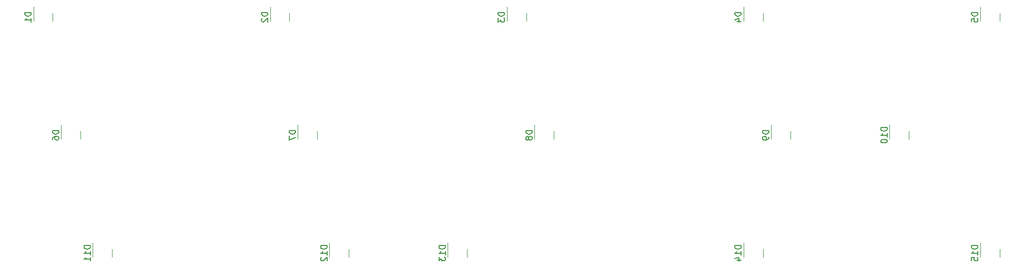
<source format=gbr>
%TF.GenerationSoftware,KiCad,Pcbnew,7.0.7*%
%TF.CreationDate,2023-08-31T12:53:39+10:00*%
%TF.ProjectId,qaz,71617a2e-6b69-4636-9164-5f7063625858,rev?*%
%TF.SameCoordinates,Original*%
%TF.FileFunction,Legend,Bot*%
%TF.FilePolarity,Positive*%
%FSLAX46Y46*%
G04 Gerber Fmt 4.6, Leading zero omitted, Abs format (unit mm)*
G04 Created by KiCad (PCBNEW 7.0.7) date 2023-08-31 12:53:39*
%MOMM*%
%LPD*%
G01*
G04 APERTURE LIST*
%ADD10C,0.150000*%
%ADD11C,0.120000*%
G04 APERTURE END LIST*
D10*
X116884819Y-56098405D02*
X115884819Y-56098405D01*
X115884819Y-56098405D02*
X115884819Y-56336500D01*
X115884819Y-56336500D02*
X115932438Y-56479357D01*
X115932438Y-56479357D02*
X116027676Y-56574595D01*
X116027676Y-56574595D02*
X116122914Y-56622214D01*
X116122914Y-56622214D02*
X116313390Y-56669833D01*
X116313390Y-56669833D02*
X116456247Y-56669833D01*
X116456247Y-56669833D02*
X116646723Y-56622214D01*
X116646723Y-56622214D02*
X116741961Y-56574595D01*
X116741961Y-56574595D02*
X116837200Y-56479357D01*
X116837200Y-56479357D02*
X116884819Y-56336500D01*
X116884819Y-56336500D02*
X116884819Y-56098405D01*
X115884819Y-57003167D02*
X115884819Y-57669833D01*
X115884819Y-57669833D02*
X116884819Y-57241262D01*
X141009819Y-74672214D02*
X140009819Y-74672214D01*
X140009819Y-74672214D02*
X140009819Y-74910309D01*
X140009819Y-74910309D02*
X140057438Y-75053166D01*
X140057438Y-75053166D02*
X140152676Y-75148404D01*
X140152676Y-75148404D02*
X140247914Y-75196023D01*
X140247914Y-75196023D02*
X140438390Y-75243642D01*
X140438390Y-75243642D02*
X140581247Y-75243642D01*
X140581247Y-75243642D02*
X140771723Y-75196023D01*
X140771723Y-75196023D02*
X140866961Y-75148404D01*
X140866961Y-75148404D02*
X140962200Y-75053166D01*
X140962200Y-75053166D02*
X141009819Y-74910309D01*
X141009819Y-74910309D02*
X141009819Y-74672214D01*
X141009819Y-76196023D02*
X141009819Y-75624595D01*
X141009819Y-75910309D02*
X140009819Y-75910309D01*
X140009819Y-75910309D02*
X140152676Y-75815071D01*
X140152676Y-75815071D02*
X140247914Y-75719833D01*
X140247914Y-75719833D02*
X140295533Y-75624595D01*
X140009819Y-76529357D02*
X140009819Y-77148404D01*
X140009819Y-77148404D02*
X140390771Y-76815071D01*
X140390771Y-76815071D02*
X140390771Y-76957928D01*
X140390771Y-76957928D02*
X140438390Y-77053166D01*
X140438390Y-77053166D02*
X140486009Y-77100785D01*
X140486009Y-77100785D02*
X140581247Y-77148404D01*
X140581247Y-77148404D02*
X140819342Y-77148404D01*
X140819342Y-77148404D02*
X140914580Y-77100785D01*
X140914580Y-77100785D02*
X140962200Y-77053166D01*
X140962200Y-77053166D02*
X141009819Y-76957928D01*
X141009819Y-76957928D02*
X141009819Y-76672214D01*
X141009819Y-76672214D02*
X140962200Y-76576976D01*
X140962200Y-76576976D02*
X140914580Y-76529357D01*
X112434819Y-37048405D02*
X111434819Y-37048405D01*
X111434819Y-37048405D02*
X111434819Y-37286500D01*
X111434819Y-37286500D02*
X111482438Y-37429357D01*
X111482438Y-37429357D02*
X111577676Y-37524595D01*
X111577676Y-37524595D02*
X111672914Y-37572214D01*
X111672914Y-37572214D02*
X111863390Y-37619833D01*
X111863390Y-37619833D02*
X112006247Y-37619833D01*
X112006247Y-37619833D02*
X112196723Y-37572214D01*
X112196723Y-37572214D02*
X112291961Y-37524595D01*
X112291961Y-37524595D02*
X112387200Y-37429357D01*
X112387200Y-37429357D02*
X112434819Y-37286500D01*
X112434819Y-37286500D02*
X112434819Y-37048405D01*
X111530057Y-38000786D02*
X111482438Y-38048405D01*
X111482438Y-38048405D02*
X111434819Y-38143643D01*
X111434819Y-38143643D02*
X111434819Y-38381738D01*
X111434819Y-38381738D02*
X111482438Y-38476976D01*
X111482438Y-38476976D02*
X111530057Y-38524595D01*
X111530057Y-38524595D02*
X111625295Y-38572214D01*
X111625295Y-38572214D02*
X111720533Y-38572214D01*
X111720533Y-38572214D02*
X111863390Y-38524595D01*
X111863390Y-38524595D02*
X112434819Y-37953167D01*
X112434819Y-37953167D02*
X112434819Y-38572214D01*
X121959819Y-74672214D02*
X120959819Y-74672214D01*
X120959819Y-74672214D02*
X120959819Y-74910309D01*
X120959819Y-74910309D02*
X121007438Y-75053166D01*
X121007438Y-75053166D02*
X121102676Y-75148404D01*
X121102676Y-75148404D02*
X121197914Y-75196023D01*
X121197914Y-75196023D02*
X121388390Y-75243642D01*
X121388390Y-75243642D02*
X121531247Y-75243642D01*
X121531247Y-75243642D02*
X121721723Y-75196023D01*
X121721723Y-75196023D02*
X121816961Y-75148404D01*
X121816961Y-75148404D02*
X121912200Y-75053166D01*
X121912200Y-75053166D02*
X121959819Y-74910309D01*
X121959819Y-74910309D02*
X121959819Y-74672214D01*
X121959819Y-76196023D02*
X121959819Y-75624595D01*
X121959819Y-75910309D02*
X120959819Y-75910309D01*
X120959819Y-75910309D02*
X121102676Y-75815071D01*
X121102676Y-75815071D02*
X121197914Y-75719833D01*
X121197914Y-75719833D02*
X121245533Y-75624595D01*
X121055057Y-76576976D02*
X121007438Y-76624595D01*
X121007438Y-76624595D02*
X120959819Y-76719833D01*
X120959819Y-76719833D02*
X120959819Y-76957928D01*
X120959819Y-76957928D02*
X121007438Y-77053166D01*
X121007438Y-77053166D02*
X121055057Y-77100785D01*
X121055057Y-77100785D02*
X121150295Y-77148404D01*
X121150295Y-77148404D02*
X121245533Y-77148404D01*
X121245533Y-77148404D02*
X121388390Y-77100785D01*
X121388390Y-77100785D02*
X121959819Y-76529357D01*
X121959819Y-76529357D02*
X121959819Y-77148404D01*
X188639819Y-74672214D02*
X187639819Y-74672214D01*
X187639819Y-74672214D02*
X187639819Y-74910309D01*
X187639819Y-74910309D02*
X187687438Y-75053166D01*
X187687438Y-75053166D02*
X187782676Y-75148404D01*
X187782676Y-75148404D02*
X187877914Y-75196023D01*
X187877914Y-75196023D02*
X188068390Y-75243642D01*
X188068390Y-75243642D02*
X188211247Y-75243642D01*
X188211247Y-75243642D02*
X188401723Y-75196023D01*
X188401723Y-75196023D02*
X188496961Y-75148404D01*
X188496961Y-75148404D02*
X188592200Y-75053166D01*
X188592200Y-75053166D02*
X188639819Y-74910309D01*
X188639819Y-74910309D02*
X188639819Y-74672214D01*
X188639819Y-76196023D02*
X188639819Y-75624595D01*
X188639819Y-75910309D02*
X187639819Y-75910309D01*
X187639819Y-75910309D02*
X187782676Y-75815071D01*
X187782676Y-75815071D02*
X187877914Y-75719833D01*
X187877914Y-75719833D02*
X187925533Y-75624595D01*
X187973152Y-77053166D02*
X188639819Y-77053166D01*
X187592200Y-76815071D02*
X188306485Y-76576976D01*
X188306485Y-76576976D02*
X188306485Y-77196023D01*
X154984819Y-56098405D02*
X153984819Y-56098405D01*
X153984819Y-56098405D02*
X153984819Y-56336500D01*
X153984819Y-56336500D02*
X154032438Y-56479357D01*
X154032438Y-56479357D02*
X154127676Y-56574595D01*
X154127676Y-56574595D02*
X154222914Y-56622214D01*
X154222914Y-56622214D02*
X154413390Y-56669833D01*
X154413390Y-56669833D02*
X154556247Y-56669833D01*
X154556247Y-56669833D02*
X154746723Y-56622214D01*
X154746723Y-56622214D02*
X154841961Y-56574595D01*
X154841961Y-56574595D02*
X154937200Y-56479357D01*
X154937200Y-56479357D02*
X154984819Y-56336500D01*
X154984819Y-56336500D02*
X154984819Y-56098405D01*
X154413390Y-57241262D02*
X154365771Y-57146024D01*
X154365771Y-57146024D02*
X154318152Y-57098405D01*
X154318152Y-57098405D02*
X154222914Y-57050786D01*
X154222914Y-57050786D02*
X154175295Y-57050786D01*
X154175295Y-57050786D02*
X154080057Y-57098405D01*
X154080057Y-57098405D02*
X154032438Y-57146024D01*
X154032438Y-57146024D02*
X153984819Y-57241262D01*
X153984819Y-57241262D02*
X153984819Y-57431738D01*
X153984819Y-57431738D02*
X154032438Y-57526976D01*
X154032438Y-57526976D02*
X154080057Y-57574595D01*
X154080057Y-57574595D02*
X154175295Y-57622214D01*
X154175295Y-57622214D02*
X154222914Y-57622214D01*
X154222914Y-57622214D02*
X154318152Y-57574595D01*
X154318152Y-57574595D02*
X154365771Y-57526976D01*
X154365771Y-57526976D02*
X154413390Y-57431738D01*
X154413390Y-57431738D02*
X154413390Y-57241262D01*
X154413390Y-57241262D02*
X154461009Y-57146024D01*
X154461009Y-57146024D02*
X154508628Y-57098405D01*
X154508628Y-57098405D02*
X154603866Y-57050786D01*
X154603866Y-57050786D02*
X154794342Y-57050786D01*
X154794342Y-57050786D02*
X154889580Y-57098405D01*
X154889580Y-57098405D02*
X154937200Y-57146024D01*
X154937200Y-57146024D02*
X154984819Y-57241262D01*
X154984819Y-57241262D02*
X154984819Y-57431738D01*
X154984819Y-57431738D02*
X154937200Y-57526976D01*
X154937200Y-57526976D02*
X154889580Y-57574595D01*
X154889580Y-57574595D02*
X154794342Y-57622214D01*
X154794342Y-57622214D02*
X154603866Y-57622214D01*
X154603866Y-57622214D02*
X154508628Y-57574595D01*
X154508628Y-57574595D02*
X154461009Y-57526976D01*
X154461009Y-57526976D02*
X154413390Y-57431738D01*
X212129819Y-55622214D02*
X211129819Y-55622214D01*
X211129819Y-55622214D02*
X211129819Y-55860309D01*
X211129819Y-55860309D02*
X211177438Y-56003166D01*
X211177438Y-56003166D02*
X211272676Y-56098404D01*
X211272676Y-56098404D02*
X211367914Y-56146023D01*
X211367914Y-56146023D02*
X211558390Y-56193642D01*
X211558390Y-56193642D02*
X211701247Y-56193642D01*
X211701247Y-56193642D02*
X211891723Y-56146023D01*
X211891723Y-56146023D02*
X211986961Y-56098404D01*
X211986961Y-56098404D02*
X212082200Y-56003166D01*
X212082200Y-56003166D02*
X212129819Y-55860309D01*
X212129819Y-55860309D02*
X212129819Y-55622214D01*
X212129819Y-57146023D02*
X212129819Y-56574595D01*
X212129819Y-56860309D02*
X211129819Y-56860309D01*
X211129819Y-56860309D02*
X211272676Y-56765071D01*
X211272676Y-56765071D02*
X211367914Y-56669833D01*
X211367914Y-56669833D02*
X211415533Y-56574595D01*
X211129819Y-57765071D02*
X211129819Y-57860309D01*
X211129819Y-57860309D02*
X211177438Y-57955547D01*
X211177438Y-57955547D02*
X211225057Y-58003166D01*
X211225057Y-58003166D02*
X211320295Y-58050785D01*
X211320295Y-58050785D02*
X211510771Y-58098404D01*
X211510771Y-58098404D02*
X211748866Y-58098404D01*
X211748866Y-58098404D02*
X211939342Y-58050785D01*
X211939342Y-58050785D02*
X212034580Y-58003166D01*
X212034580Y-58003166D02*
X212082200Y-57955547D01*
X212082200Y-57955547D02*
X212129819Y-57860309D01*
X212129819Y-57860309D02*
X212129819Y-57765071D01*
X212129819Y-57765071D02*
X212082200Y-57669833D01*
X212082200Y-57669833D02*
X212034580Y-57622214D01*
X212034580Y-57622214D02*
X211939342Y-57574595D01*
X211939342Y-57574595D02*
X211748866Y-57526976D01*
X211748866Y-57526976D02*
X211510771Y-57526976D01*
X211510771Y-57526976D02*
X211320295Y-57574595D01*
X211320295Y-57574595D02*
X211225057Y-57622214D01*
X211225057Y-57622214D02*
X211177438Y-57669833D01*
X211177438Y-57669833D02*
X211129819Y-57765071D01*
X226739819Y-74672214D02*
X225739819Y-74672214D01*
X225739819Y-74672214D02*
X225739819Y-74910309D01*
X225739819Y-74910309D02*
X225787438Y-75053166D01*
X225787438Y-75053166D02*
X225882676Y-75148404D01*
X225882676Y-75148404D02*
X225977914Y-75196023D01*
X225977914Y-75196023D02*
X226168390Y-75243642D01*
X226168390Y-75243642D02*
X226311247Y-75243642D01*
X226311247Y-75243642D02*
X226501723Y-75196023D01*
X226501723Y-75196023D02*
X226596961Y-75148404D01*
X226596961Y-75148404D02*
X226692200Y-75053166D01*
X226692200Y-75053166D02*
X226739819Y-74910309D01*
X226739819Y-74910309D02*
X226739819Y-74672214D01*
X226739819Y-76196023D02*
X226739819Y-75624595D01*
X226739819Y-75910309D02*
X225739819Y-75910309D01*
X225739819Y-75910309D02*
X225882676Y-75815071D01*
X225882676Y-75815071D02*
X225977914Y-75719833D01*
X225977914Y-75719833D02*
X226025533Y-75624595D01*
X225739819Y-77100785D02*
X225739819Y-76624595D01*
X225739819Y-76624595D02*
X226216009Y-76576976D01*
X226216009Y-76576976D02*
X226168390Y-76624595D01*
X226168390Y-76624595D02*
X226120771Y-76719833D01*
X226120771Y-76719833D02*
X226120771Y-76957928D01*
X226120771Y-76957928D02*
X226168390Y-77053166D01*
X226168390Y-77053166D02*
X226216009Y-77100785D01*
X226216009Y-77100785D02*
X226311247Y-77148404D01*
X226311247Y-77148404D02*
X226549342Y-77148404D01*
X226549342Y-77148404D02*
X226644580Y-77100785D01*
X226644580Y-77100785D02*
X226692200Y-77053166D01*
X226692200Y-77053166D02*
X226739819Y-76957928D01*
X226739819Y-76957928D02*
X226739819Y-76719833D01*
X226739819Y-76719833D02*
X226692200Y-76624595D01*
X226692200Y-76624595D02*
X226644580Y-76576976D01*
X226739819Y-37048405D02*
X225739819Y-37048405D01*
X225739819Y-37048405D02*
X225739819Y-37286500D01*
X225739819Y-37286500D02*
X225787438Y-37429357D01*
X225787438Y-37429357D02*
X225882676Y-37524595D01*
X225882676Y-37524595D02*
X225977914Y-37572214D01*
X225977914Y-37572214D02*
X226168390Y-37619833D01*
X226168390Y-37619833D02*
X226311247Y-37619833D01*
X226311247Y-37619833D02*
X226501723Y-37572214D01*
X226501723Y-37572214D02*
X226596961Y-37524595D01*
X226596961Y-37524595D02*
X226692200Y-37429357D01*
X226692200Y-37429357D02*
X226739819Y-37286500D01*
X226739819Y-37286500D02*
X226739819Y-37048405D01*
X225739819Y-38524595D02*
X225739819Y-38048405D01*
X225739819Y-38048405D02*
X226216009Y-38000786D01*
X226216009Y-38000786D02*
X226168390Y-38048405D01*
X226168390Y-38048405D02*
X226120771Y-38143643D01*
X226120771Y-38143643D02*
X226120771Y-38381738D01*
X226120771Y-38381738D02*
X226168390Y-38476976D01*
X226168390Y-38476976D02*
X226216009Y-38524595D01*
X226216009Y-38524595D02*
X226311247Y-38572214D01*
X226311247Y-38572214D02*
X226549342Y-38572214D01*
X226549342Y-38572214D02*
X226644580Y-38524595D01*
X226644580Y-38524595D02*
X226692200Y-38476976D01*
X226692200Y-38476976D02*
X226739819Y-38381738D01*
X226739819Y-38381738D02*
X226739819Y-38143643D01*
X226739819Y-38143643D02*
X226692200Y-38048405D01*
X226692200Y-38048405D02*
X226644580Y-38000786D01*
X78784819Y-56098405D02*
X77784819Y-56098405D01*
X77784819Y-56098405D02*
X77784819Y-56336500D01*
X77784819Y-56336500D02*
X77832438Y-56479357D01*
X77832438Y-56479357D02*
X77927676Y-56574595D01*
X77927676Y-56574595D02*
X78022914Y-56622214D01*
X78022914Y-56622214D02*
X78213390Y-56669833D01*
X78213390Y-56669833D02*
X78356247Y-56669833D01*
X78356247Y-56669833D02*
X78546723Y-56622214D01*
X78546723Y-56622214D02*
X78641961Y-56574595D01*
X78641961Y-56574595D02*
X78737200Y-56479357D01*
X78737200Y-56479357D02*
X78784819Y-56336500D01*
X78784819Y-56336500D02*
X78784819Y-56098405D01*
X77784819Y-57526976D02*
X77784819Y-57336500D01*
X77784819Y-57336500D02*
X77832438Y-57241262D01*
X77832438Y-57241262D02*
X77880057Y-57193643D01*
X77880057Y-57193643D02*
X78022914Y-57098405D01*
X78022914Y-57098405D02*
X78213390Y-57050786D01*
X78213390Y-57050786D02*
X78594342Y-57050786D01*
X78594342Y-57050786D02*
X78689580Y-57098405D01*
X78689580Y-57098405D02*
X78737200Y-57146024D01*
X78737200Y-57146024D02*
X78784819Y-57241262D01*
X78784819Y-57241262D02*
X78784819Y-57431738D01*
X78784819Y-57431738D02*
X78737200Y-57526976D01*
X78737200Y-57526976D02*
X78689580Y-57574595D01*
X78689580Y-57574595D02*
X78594342Y-57622214D01*
X78594342Y-57622214D02*
X78356247Y-57622214D01*
X78356247Y-57622214D02*
X78261009Y-57574595D01*
X78261009Y-57574595D02*
X78213390Y-57526976D01*
X78213390Y-57526976D02*
X78165771Y-57431738D01*
X78165771Y-57431738D02*
X78165771Y-57241262D01*
X78165771Y-57241262D02*
X78213390Y-57146024D01*
X78213390Y-57146024D02*
X78261009Y-57098405D01*
X78261009Y-57098405D02*
X78356247Y-57050786D01*
X74334819Y-37048405D02*
X73334819Y-37048405D01*
X73334819Y-37048405D02*
X73334819Y-37286500D01*
X73334819Y-37286500D02*
X73382438Y-37429357D01*
X73382438Y-37429357D02*
X73477676Y-37524595D01*
X73477676Y-37524595D02*
X73572914Y-37572214D01*
X73572914Y-37572214D02*
X73763390Y-37619833D01*
X73763390Y-37619833D02*
X73906247Y-37619833D01*
X73906247Y-37619833D02*
X74096723Y-37572214D01*
X74096723Y-37572214D02*
X74191961Y-37524595D01*
X74191961Y-37524595D02*
X74287200Y-37429357D01*
X74287200Y-37429357D02*
X74334819Y-37286500D01*
X74334819Y-37286500D02*
X74334819Y-37048405D01*
X74334819Y-38572214D02*
X74334819Y-38000786D01*
X74334819Y-38286500D02*
X73334819Y-38286500D01*
X73334819Y-38286500D02*
X73477676Y-38191262D01*
X73477676Y-38191262D02*
X73572914Y-38096024D01*
X73572914Y-38096024D02*
X73620533Y-38000786D01*
X193084819Y-56098405D02*
X192084819Y-56098405D01*
X192084819Y-56098405D02*
X192084819Y-56336500D01*
X192084819Y-56336500D02*
X192132438Y-56479357D01*
X192132438Y-56479357D02*
X192227676Y-56574595D01*
X192227676Y-56574595D02*
X192322914Y-56622214D01*
X192322914Y-56622214D02*
X192513390Y-56669833D01*
X192513390Y-56669833D02*
X192656247Y-56669833D01*
X192656247Y-56669833D02*
X192846723Y-56622214D01*
X192846723Y-56622214D02*
X192941961Y-56574595D01*
X192941961Y-56574595D02*
X193037200Y-56479357D01*
X193037200Y-56479357D02*
X193084819Y-56336500D01*
X193084819Y-56336500D02*
X193084819Y-56098405D01*
X193084819Y-57146024D02*
X193084819Y-57336500D01*
X193084819Y-57336500D02*
X193037200Y-57431738D01*
X193037200Y-57431738D02*
X192989580Y-57479357D01*
X192989580Y-57479357D02*
X192846723Y-57574595D01*
X192846723Y-57574595D02*
X192656247Y-57622214D01*
X192656247Y-57622214D02*
X192275295Y-57622214D01*
X192275295Y-57622214D02*
X192180057Y-57574595D01*
X192180057Y-57574595D02*
X192132438Y-57526976D01*
X192132438Y-57526976D02*
X192084819Y-57431738D01*
X192084819Y-57431738D02*
X192084819Y-57241262D01*
X192084819Y-57241262D02*
X192132438Y-57146024D01*
X192132438Y-57146024D02*
X192180057Y-57098405D01*
X192180057Y-57098405D02*
X192275295Y-57050786D01*
X192275295Y-57050786D02*
X192513390Y-57050786D01*
X192513390Y-57050786D02*
X192608628Y-57098405D01*
X192608628Y-57098405D02*
X192656247Y-57146024D01*
X192656247Y-57146024D02*
X192703866Y-57241262D01*
X192703866Y-57241262D02*
X192703866Y-57431738D01*
X192703866Y-57431738D02*
X192656247Y-57526976D01*
X192656247Y-57526976D02*
X192608628Y-57574595D01*
X192608628Y-57574595D02*
X192513390Y-57622214D01*
X83859819Y-74672214D02*
X82859819Y-74672214D01*
X82859819Y-74672214D02*
X82859819Y-74910309D01*
X82859819Y-74910309D02*
X82907438Y-75053166D01*
X82907438Y-75053166D02*
X83002676Y-75148404D01*
X83002676Y-75148404D02*
X83097914Y-75196023D01*
X83097914Y-75196023D02*
X83288390Y-75243642D01*
X83288390Y-75243642D02*
X83431247Y-75243642D01*
X83431247Y-75243642D02*
X83621723Y-75196023D01*
X83621723Y-75196023D02*
X83716961Y-75148404D01*
X83716961Y-75148404D02*
X83812200Y-75053166D01*
X83812200Y-75053166D02*
X83859819Y-74910309D01*
X83859819Y-74910309D02*
X83859819Y-74672214D01*
X83859819Y-76196023D02*
X83859819Y-75624595D01*
X83859819Y-75910309D02*
X82859819Y-75910309D01*
X82859819Y-75910309D02*
X83002676Y-75815071D01*
X83002676Y-75815071D02*
X83097914Y-75719833D01*
X83097914Y-75719833D02*
X83145533Y-75624595D01*
X83859819Y-77148404D02*
X83859819Y-76576976D01*
X83859819Y-76862690D02*
X82859819Y-76862690D01*
X82859819Y-76862690D02*
X83002676Y-76767452D01*
X83002676Y-76767452D02*
X83097914Y-76672214D01*
X83097914Y-76672214D02*
X83145533Y-76576976D01*
X188639819Y-37048405D02*
X187639819Y-37048405D01*
X187639819Y-37048405D02*
X187639819Y-37286500D01*
X187639819Y-37286500D02*
X187687438Y-37429357D01*
X187687438Y-37429357D02*
X187782676Y-37524595D01*
X187782676Y-37524595D02*
X187877914Y-37572214D01*
X187877914Y-37572214D02*
X188068390Y-37619833D01*
X188068390Y-37619833D02*
X188211247Y-37619833D01*
X188211247Y-37619833D02*
X188401723Y-37572214D01*
X188401723Y-37572214D02*
X188496961Y-37524595D01*
X188496961Y-37524595D02*
X188592200Y-37429357D01*
X188592200Y-37429357D02*
X188639819Y-37286500D01*
X188639819Y-37286500D02*
X188639819Y-37048405D01*
X187973152Y-38476976D02*
X188639819Y-38476976D01*
X187592200Y-38238881D02*
X188306485Y-38000786D01*
X188306485Y-38000786D02*
X188306485Y-38619833D01*
X150539819Y-37048405D02*
X149539819Y-37048405D01*
X149539819Y-37048405D02*
X149539819Y-37286500D01*
X149539819Y-37286500D02*
X149587438Y-37429357D01*
X149587438Y-37429357D02*
X149682676Y-37524595D01*
X149682676Y-37524595D02*
X149777914Y-37572214D01*
X149777914Y-37572214D02*
X149968390Y-37619833D01*
X149968390Y-37619833D02*
X150111247Y-37619833D01*
X150111247Y-37619833D02*
X150301723Y-37572214D01*
X150301723Y-37572214D02*
X150396961Y-37524595D01*
X150396961Y-37524595D02*
X150492200Y-37429357D01*
X150492200Y-37429357D02*
X150539819Y-37286500D01*
X150539819Y-37286500D02*
X150539819Y-37048405D01*
X149539819Y-37953167D02*
X149539819Y-38572214D01*
X149539819Y-38572214D02*
X149920771Y-38238881D01*
X149920771Y-38238881D02*
X149920771Y-38381738D01*
X149920771Y-38381738D02*
X149968390Y-38476976D01*
X149968390Y-38476976D02*
X150016009Y-38524595D01*
X150016009Y-38524595D02*
X150111247Y-38572214D01*
X150111247Y-38572214D02*
X150349342Y-38572214D01*
X150349342Y-38572214D02*
X150444580Y-38524595D01*
X150444580Y-38524595D02*
X150492200Y-38476976D01*
X150492200Y-38476976D02*
X150539819Y-38381738D01*
X150539819Y-38381738D02*
X150539819Y-38096024D01*
X150539819Y-38096024D02*
X150492200Y-38000786D01*
X150492200Y-38000786D02*
X150444580Y-37953167D01*
D11*
%TO.C,D7*%
X120390000Y-56836500D02*
X120390000Y-56186500D01*
X120390000Y-56836500D02*
X120390000Y-57486500D01*
X117270000Y-56836500D02*
X117270000Y-55161500D01*
X117270000Y-56836500D02*
X117270000Y-57486500D01*
%TO.C,D13*%
X144515000Y-75886500D02*
X144515000Y-75236500D01*
X144515000Y-75886500D02*
X144515000Y-76536500D01*
X141395000Y-75886500D02*
X141395000Y-74211500D01*
X141395000Y-75886500D02*
X141395000Y-76536500D01*
%TO.C,D2*%
X115940000Y-37786500D02*
X115940000Y-37136500D01*
X115940000Y-37786500D02*
X115940000Y-38436500D01*
X112820000Y-37786500D02*
X112820000Y-36111500D01*
X112820000Y-37786500D02*
X112820000Y-38436500D01*
%TO.C,D12*%
X125465000Y-75886500D02*
X125465000Y-75236500D01*
X125465000Y-75886500D02*
X125465000Y-76536500D01*
X122345000Y-75886500D02*
X122345000Y-74211500D01*
X122345000Y-75886500D02*
X122345000Y-76536500D01*
%TO.C,D14*%
X192145000Y-75886500D02*
X192145000Y-75236500D01*
X192145000Y-75886500D02*
X192145000Y-76536500D01*
X189025000Y-75886500D02*
X189025000Y-74211500D01*
X189025000Y-75886500D02*
X189025000Y-76536500D01*
%TO.C,D8*%
X158490000Y-56836500D02*
X158490000Y-56186500D01*
X158490000Y-56836500D02*
X158490000Y-57486500D01*
X155370000Y-56836500D02*
X155370000Y-55161500D01*
X155370000Y-56836500D02*
X155370000Y-57486500D01*
%TO.C,D10*%
X215635000Y-56836500D02*
X215635000Y-56186500D01*
X215635000Y-56836500D02*
X215635000Y-57486500D01*
X212515000Y-56836500D02*
X212515000Y-55161500D01*
X212515000Y-56836500D02*
X212515000Y-57486500D01*
%TO.C,D15*%
X230245000Y-75886500D02*
X230245000Y-75236500D01*
X230245000Y-75886500D02*
X230245000Y-76536500D01*
X227125000Y-75886500D02*
X227125000Y-74211500D01*
X227125000Y-75886500D02*
X227125000Y-76536500D01*
%TO.C,D5*%
X230245000Y-37786500D02*
X230245000Y-37136500D01*
X230245000Y-37786500D02*
X230245000Y-38436500D01*
X227125000Y-37786500D02*
X227125000Y-36111500D01*
X227125000Y-37786500D02*
X227125000Y-38436500D01*
%TO.C,D6*%
X82290000Y-56836500D02*
X82290000Y-56186500D01*
X82290000Y-56836500D02*
X82290000Y-57486500D01*
X79170000Y-56836500D02*
X79170000Y-55161500D01*
X79170000Y-56836500D02*
X79170000Y-57486500D01*
%TO.C,D1*%
X74720000Y-37786500D02*
X74720000Y-38436500D01*
X74720000Y-37786500D02*
X74720000Y-36111500D01*
X77840000Y-37786500D02*
X77840000Y-38436500D01*
X77840000Y-37786500D02*
X77840000Y-37136500D01*
%TO.C,D9*%
X196590000Y-56836500D02*
X196590000Y-56186500D01*
X196590000Y-56836500D02*
X196590000Y-57486500D01*
X193470000Y-56836500D02*
X193470000Y-55161500D01*
X193470000Y-56836500D02*
X193470000Y-57486500D01*
%TO.C,D11*%
X87365000Y-75886500D02*
X87365000Y-75236500D01*
X87365000Y-75886500D02*
X87365000Y-76536500D01*
X84245000Y-75886500D02*
X84245000Y-74211500D01*
X84245000Y-75886500D02*
X84245000Y-76536500D01*
%TO.C,D4*%
X192145000Y-37786500D02*
X192145000Y-37136500D01*
X192145000Y-37786500D02*
X192145000Y-38436500D01*
X189025000Y-37786500D02*
X189025000Y-36111500D01*
X189025000Y-37786500D02*
X189025000Y-38436500D01*
%TO.C,D3*%
X154045000Y-37786500D02*
X154045000Y-37136500D01*
X154045000Y-37786500D02*
X154045000Y-38436500D01*
X150925000Y-37786500D02*
X150925000Y-36111500D01*
X150925000Y-37786500D02*
X150925000Y-38436500D01*
%TD*%
M02*

</source>
